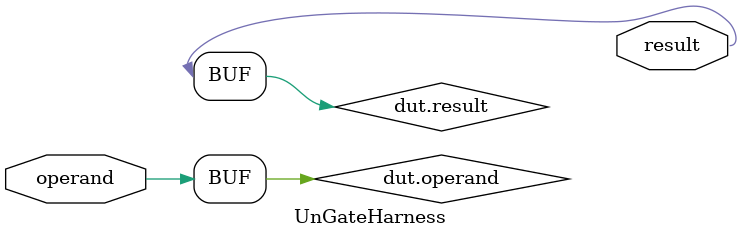
<source format=sv>
/**
 * A harness to inject the DUT into.
 */
 module UnGateHarness(
    input logic operand,
    output logic result,
    HDubCoreLogicUnGateIf.Injected dut
);

    // Just copy the inputs and outputs
    assign dut.operand = operand;
    assign result = dut.result;
endmodule

</source>
